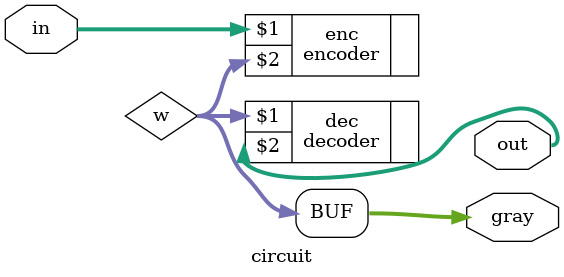
<source format=v>
`timescale 1ns / 1ps
module circuit(input [3:0]in, output [3:0]out, output [3:0]gray);
	wire [3:0]w;
	assign gray[3] = w[3];
	assign gray[2] = w[2];
	assign gray[1] = w[1];
	assign gray[0] = w[0];
	encoder enc(in, w);
	decoder dec(w, out);
endmodule

</source>
